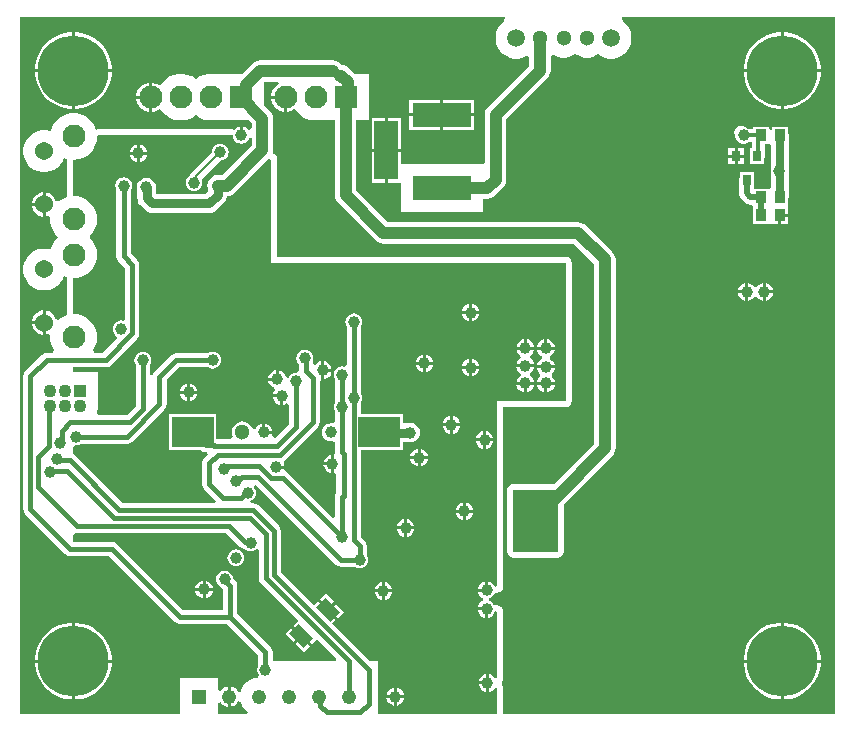
<source format=gbl>
G04*
G04 #@! TF.GenerationSoftware,Altium Limited,Altium Designer,24.5.2 (23)*
G04*
G04 Layer_Physical_Order=2*
G04 Layer_Color=16711680*
%FSLAX25Y25*%
%MOIN*%
G70*
G04*
G04 #@! TF.SameCoordinates,843F1F9D-CF68-4CC6-824C-A0058C937974*
G04*
G04*
G04 #@! TF.FilePolarity,Positive*
G04*
G01*
G75*
%ADD15C,0.00800*%
%ADD18R,0.03701X0.04016*%
%ADD87C,0.01575*%
%ADD88C,0.03150*%
%ADD89C,0.01968*%
%ADD90C,0.02756*%
%ADD91C,0.01378*%
%ADD92C,0.03937*%
%ADD94C,0.03937*%
%ADD95C,0.05118*%
%ADD96C,0.04331*%
%ADD97R,0.04331X0.04331*%
%ADD98R,0.04803X0.04803*%
%ADD99C,0.04803*%
%ADD100R,0.07677X0.07677*%
%ADD101C,0.07677*%
%ADD102C,0.06063*%
%ADD103C,0.05906*%
%ADD104R,0.07874X0.19685*%
%ADD105R,0.19685X0.07874*%
%ADD106C,0.23622*%
G04:AMPARAMS|DCode=107|XSize=66.93mil|YSize=45.28mil|CornerRadius=0mil|HoleSize=0mil|Usage=FLASHONLY|Rotation=315.000|XOffset=0mil|YOffset=0mil|HoleType=Round|Shape=Rectangle|*
%AMROTATEDRECTD107*
4,1,4,-0.03967,0.00766,-0.00766,0.03967,0.03967,-0.00766,0.00766,-0.03967,-0.03967,0.00766,0.0*
%
%ADD107ROTATEDRECTD107*%

%ADD108R,0.03150X0.03543*%
%ADD109R,0.14173X0.10236*%
G36*
X273584Y2007D02*
X163031D01*
Y10563D01*
X162960Y10920D01*
X162899Y11279D01*
X162883Y11303D01*
X162878Y11331D01*
X162676Y11634D01*
X162482Y11942D01*
X162443Y12223D01*
Y12542D01*
X162482Y12824D01*
X162676Y13133D01*
X162878Y13435D01*
X162883Y13463D01*
X162899Y13487D01*
X162960Y13846D01*
X163031Y14203D01*
Y36130D01*
X163000Y36283D01*
X163006Y36441D01*
X162924Y36664D01*
X162878Y36898D01*
X162791Y37028D01*
X162736Y37176D01*
X162575Y37351D01*
X162443Y37549D01*
X162312Y37636D01*
X162206Y37751D01*
X161990Y37852D01*
X161792Y37984D01*
X161638Y38014D01*
X161495Y38080D01*
X160746Y38261D01*
X160508Y38271D01*
X160275Y38317D01*
X160121Y38287D01*
X159964Y38293D01*
X159896Y38269D01*
X159598Y38785D01*
X159082Y39301D01*
X158451Y39665D01*
X158140Y39749D01*
X158146Y39783D01*
Y40619D01*
X158549Y40727D01*
X159180Y41092D01*
X159696Y41607D01*
X160060Y42239D01*
X160118Y42455D01*
X160224Y42434D01*
X160418Y42473D01*
X160615D01*
X161415Y42632D01*
X161598Y42707D01*
X161792Y42746D01*
X161956Y42856D01*
X162139Y42932D01*
X162278Y43071D01*
X162443Y43181D01*
X162553Y43345D01*
X162692Y43485D01*
X162768Y43668D01*
X162878Y43832D01*
X162917Y44026D01*
X162992Y44209D01*
Y44407D01*
X163031Y44600D01*
Y104292D01*
X183858D01*
X184626Y104445D01*
X185277Y104880D01*
X185713Y105531D01*
X185865Y106299D01*
Y152497D01*
X185713Y153265D01*
X185277Y153916D01*
X184626Y154351D01*
X183858Y154504D01*
X87637D01*
Y186829D01*
X87484Y187597D01*
X87049Y188249D01*
X86398Y188684D01*
X86129Y189137D01*
X86251Y190062D01*
Y200436D01*
X86129Y201361D01*
X85772Y202223D01*
X85204Y202964D01*
X83212Y204956D01*
Y212663D01*
X83303Y212754D01*
X87909D01*
X88123Y211953D01*
X87423Y211549D01*
X86522Y210648D01*
X85885Y209545D01*
X85555Y208314D01*
Y208177D01*
X90394D01*
Y207677D01*
X90894D01*
Y202839D01*
X91031D01*
X92261Y203168D01*
X93365Y203805D01*
X93648Y203777D01*
X94354Y202720D01*
X95437Y201638D01*
X96711Y200786D01*
X98126Y200200D01*
X99628Y199902D01*
X101160D01*
X102334Y200135D01*
X102618Y199902D01*
Y199902D01*
X106820D01*
Y175039D01*
X106942Y174114D01*
X107299Y173252D01*
X107867Y172512D01*
X120504Y159874D01*
X121245Y159307D01*
X122107Y158949D01*
X123031Y158828D01*
X186512D01*
X193277Y152063D01*
Y92032D01*
X180024Y78779D01*
X166339D01*
X165570Y78626D01*
X164919Y78191D01*
X164484Y77540D01*
X164331Y76772D01*
Y56102D01*
X164484Y55334D01*
X164919Y54683D01*
X165570Y54248D01*
X166339Y54095D01*
X181102D01*
X181870Y54248D01*
X182522Y54683D01*
X182957Y55334D01*
X183109Y56102D01*
Y71756D01*
X199378Y88024D01*
X199945Y88764D01*
X200303Y89626D01*
X200424Y90551D01*
X200424Y90551D01*
Y153543D01*
X200303Y154468D01*
X199945Y155330D01*
X199378Y156070D01*
X190519Y164929D01*
X189779Y165497D01*
X188917Y165854D01*
X187992Y165975D01*
X124512D01*
X113968Y176520D01*
Y199902D01*
X118169D01*
Y215453D01*
X113368D01*
X111441Y217379D01*
X110701Y217947D01*
X109839Y218304D01*
X109157Y218394D01*
X108804Y218854D01*
X108063Y219422D01*
X107202Y219779D01*
X106277Y219901D01*
X81823D01*
X81823Y219901D01*
X80898Y219779D01*
X80036Y219422D01*
X79295Y218854D01*
X75894Y215453D01*
X67661D01*
Y215453D01*
X67376Y215219D01*
X66202Y215453D01*
X64671D01*
X63168Y215154D01*
X61753Y214568D01*
X60480Y213717D01*
X60436Y213673D01*
X60393Y213717D01*
X59120Y214568D01*
X57705Y215154D01*
X56202Y215453D01*
X54671D01*
X53168Y215154D01*
X51753Y214568D01*
X50480Y213717D01*
X49397Y212634D01*
X48691Y211577D01*
X48408Y211549D01*
X47304Y212186D01*
X46073Y212516D01*
X45937D01*
Y207677D01*
Y202839D01*
X46073D01*
X47304Y203168D01*
X48408Y203805D01*
X48691Y203778D01*
X49397Y202720D01*
X50480Y201638D01*
X51753Y200786D01*
X53168Y200200D01*
X54671Y199902D01*
X56202D01*
X57705Y200200D01*
X59120Y200786D01*
X60393Y201638D01*
X60436Y201681D01*
X60480Y201638D01*
X61753Y200786D01*
X63168Y200200D01*
X64671Y199902D01*
X66202D01*
X67376Y200135D01*
X67661Y199902D01*
Y199902D01*
X78158D01*
X79103Y198956D01*
Y197235D01*
X78370Y196676D01*
X78042Y196729D01*
X77489Y197282D01*
X76812Y197673D01*
X76167Y197846D01*
Y194907D01*
X75167D01*
Y197846D01*
X74521Y197673D01*
X73844Y197282D01*
X73383Y196821D01*
X73135Y196838D01*
X72878Y196889D01*
X27860D01*
X27797Y196881D01*
X27762Y196887D01*
X27217Y196811D01*
X26631Y198226D01*
X25780Y199500D01*
X24697Y200583D01*
X23423Y201434D01*
X22008Y202020D01*
X20506Y202319D01*
X18974D01*
X17472Y202020D01*
X16057Y201434D01*
X14784Y200583D01*
X13701Y199500D01*
X12849Y198226D01*
X12263Y196811D01*
X12185Y196418D01*
X11970Y196303D01*
X10623Y196571D01*
X9251D01*
X7904Y196303D01*
X6636Y195778D01*
X5495Y195015D01*
X4524Y194044D01*
X3762Y192903D01*
X3236Y191635D01*
X2968Y190289D01*
Y188916D01*
X3236Y187570D01*
X3762Y186302D01*
X4524Y185160D01*
X5495Y184190D01*
X6636Y183427D01*
X7904Y182902D01*
X9251Y182634D01*
X10623D01*
X11970Y182902D01*
X13238Y183427D01*
X14379Y184190D01*
X15350Y185160D01*
X16112Y186302D01*
X16582Y187435D01*
X17472Y187066D01*
X17678Y186680D01*
Y174808D01*
X17472Y174422D01*
X16057Y173836D01*
X14784Y172985D01*
X14674Y172875D01*
X13782Y173114D01*
X13694Y173442D01*
X13163Y174361D01*
X12412Y175112D01*
X11493Y175643D01*
X10468Y175917D01*
X10437D01*
Y171886D01*
Y167854D01*
X10468D01*
X11217Y168055D01*
X11530Y167911D01*
X11822Y167675D01*
X11965Y167478D01*
Y166179D01*
X12263Y164677D01*
X12849Y163262D01*
X13701Y161988D01*
X14630Y161059D01*
X13701Y160130D01*
X12849Y158856D01*
X12263Y157441D01*
X12185Y157048D01*
X11970Y156933D01*
X10623Y157201D01*
X9251D01*
X7904Y156933D01*
X6636Y156408D01*
X5495Y155645D01*
X4524Y154674D01*
X3762Y153533D01*
X3236Y152265D01*
X2968Y150919D01*
Y149546D01*
X3236Y148200D01*
X3762Y146932D01*
X4524Y145790D01*
X5495Y144819D01*
X6636Y144057D01*
X7904Y143532D01*
X9251Y143264D01*
X10623D01*
X11970Y143532D01*
X13238Y144057D01*
X14379Y144819D01*
X15350Y145790D01*
X16112Y146932D01*
X16582Y148065D01*
X17472Y147696D01*
X17678Y147310D01*
Y135438D01*
X17472Y135052D01*
X16057Y134465D01*
X14784Y133615D01*
X14674Y133505D01*
X13782Y133744D01*
X13694Y134072D01*
X13163Y134991D01*
X12412Y135742D01*
X11493Y136273D01*
X10468Y136547D01*
X10437D01*
Y132516D01*
Y128484D01*
X10468D01*
X11217Y128685D01*
X11530Y128541D01*
X11822Y128305D01*
X11965Y128107D01*
Y126809D01*
X12263Y125307D01*
X12849Y123892D01*
X13253Y123287D01*
X12826Y122487D01*
X10827D01*
X9905Y122304D01*
X9124Y121782D01*
X3596Y116254D01*
X3074Y115473D01*
X2891Y114551D01*
Y70488D01*
X3074Y69567D01*
X3596Y68785D01*
X16998Y55384D01*
X17779Y54861D01*
X18701Y54678D01*
X31483D01*
X53415Y32746D01*
X54196Y32224D01*
X55118Y32040D01*
X70853D01*
X81301Y21592D01*
Y18076D01*
X81130Y17779D01*
X80941Y17075D01*
Y16346D01*
X81130Y15642D01*
X81495Y15010D01*
X81525Y14980D01*
X81194Y14180D01*
X81014D01*
X79790Y13936D01*
X78636Y13458D01*
X77598Y12765D01*
X76715Y11882D01*
X76022Y10844D01*
X75544Y9690D01*
X75507Y9508D01*
X74669Y9395D01*
X74361Y9930D01*
X73727Y10563D01*
X72952Y11011D01*
X72139Y11229D01*
Y7841D01*
Y4454D01*
X72952Y4671D01*
X73727Y5119D01*
X74361Y5753D01*
X74669Y6287D01*
X75507Y6175D01*
X75544Y5992D01*
X76022Y4839D01*
X76715Y3801D01*
X77598Y2918D01*
X77764Y2807D01*
X77521Y2007D01*
X67977D01*
Y5780D01*
X68777Y5994D01*
X68917Y5753D01*
X69550Y5119D01*
X70326Y4671D01*
X71139Y4454D01*
Y7841D01*
Y11229D01*
X70326Y11011D01*
X69550Y10563D01*
X68917Y9930D01*
X68777Y9688D01*
X67977Y9903D01*
Y14180D01*
X55300D01*
Y2007D01*
X2007D01*
Y47244D01*
Y100394D01*
Y234213D01*
X163441D01*
X163542Y234080D01*
X163367Y233005D01*
X162931Y232714D01*
X161971Y231754D01*
X161217Y230626D01*
X160698Y229372D01*
X160433Y228041D01*
Y226684D01*
X160698Y225353D01*
X161217Y224099D01*
X161971Y222970D01*
X162931Y222011D01*
X164059Y221257D01*
X165313Y220737D01*
X166644Y220472D01*
X168001D01*
X169333Y220737D01*
X170586Y221257D01*
X170823Y221415D01*
X171623Y220987D01*
Y218016D01*
X157906Y204299D01*
X157338Y203559D01*
X156981Y202697D01*
X156859Y201772D01*
Y185804D01*
X156299Y185236D01*
X128953D01*
Y189461D01*
X124516D01*
Y179118D01*
X128740D01*
Y169488D01*
X156299D01*
Y173788D01*
X157677D01*
X158602Y173910D01*
X159464Y174267D01*
X160204Y174835D01*
X162960Y177591D01*
X162960Y177591D01*
X163528Y178331D01*
X163885Y179193D01*
X164007Y180118D01*
X164007Y180118D01*
Y200291D01*
X177724Y214008D01*
X178292Y214749D01*
X178649Y215610D01*
X178771Y216535D01*
Y221461D01*
X179571Y221888D01*
X179994Y221605D01*
X181176Y221116D01*
X182431Y220866D01*
X183711D01*
X184966Y221116D01*
X186148Y221605D01*
X187008Y222180D01*
X187868Y221605D01*
X189050Y221116D01*
X190305Y220866D01*
X191585D01*
X192840Y221116D01*
X194022Y221605D01*
X194528Y221943D01*
X195555Y221257D01*
X196809Y220737D01*
X198140Y220472D01*
X199497D01*
X200829Y220737D01*
X202082Y221257D01*
X203211Y222011D01*
X204170Y222970D01*
X204925Y224099D01*
X205444Y225353D01*
X205709Y226684D01*
Y228041D01*
X205444Y229372D01*
X204925Y230626D01*
X204170Y231754D01*
X203211Y232714D01*
X202775Y233005D01*
X202599Y234080D01*
X202700Y234213D01*
X273584D01*
X273584Y2007D01*
D02*
G37*
G36*
X181102Y56102D02*
X166339D01*
Y76772D01*
X181102D01*
Y56102D01*
D02*
G37*
G36*
X72969Y194184D02*
X73248Y193510D01*
X73692Y192932D01*
X74270Y192488D01*
X74944Y192209D01*
X75667Y192114D01*
X76389Y192209D01*
X77063Y192488D01*
X77641Y192932D01*
X78085Y193510D01*
X78364Y194184D01*
X79103Y193986D01*
Y191542D01*
X69284Y181723D01*
X67913D01*
X66988Y181602D01*
X66127Y181245D01*
X65386Y180677D01*
X64818Y179937D01*
X64461Y179075D01*
X64340Y178150D01*
X64461Y177225D01*
X64586Y176924D01*
Y176362D01*
X63645Y175421D01*
X47304D01*
Y177471D01*
X47196Y178293D01*
X46878Y179059D01*
X46373Y179717D01*
X46223Y179868D01*
X45565Y180373D01*
X44799Y180690D01*
X43976Y180798D01*
X43154Y180690D01*
X42388Y180373D01*
X41730Y179868D01*
X41225Y179210D01*
X40908Y178444D01*
X40800Y177622D01*
X40908Y176799D01*
X40950Y176697D01*
Y174089D01*
X41058Y173267D01*
X41376Y172501D01*
X41881Y171843D01*
X43726Y169998D01*
X44384Y169493D01*
X45150Y169176D01*
X45972Y169067D01*
X64961D01*
X65783Y169176D01*
X66549Y169493D01*
X67207Y169998D01*
X70009Y172800D01*
X70514Y173458D01*
X70831Y174224D01*
X70880Y174591D01*
X71690Y174697D01*
X72552Y175055D01*
X73292Y175622D01*
X84830Y187161D01*
X85630Y186829D01*
Y152497D01*
X183858D01*
Y106299D01*
X161024D01*
Y44600D01*
X160224Y44441D01*
X160073Y44804D01*
X159598Y45424D01*
X158977Y45900D01*
X158255Y46199D01*
X157980Y46235D01*
Y43307D01*
X157480D01*
Y42807D01*
X154552D01*
X154588Y42532D01*
X154887Y41810D01*
X155363Y41190D01*
X155983Y40714D01*
X156139Y40649D01*
Y39783D01*
X155886Y39678D01*
X155265Y39203D01*
X154790Y38583D01*
X154490Y37860D01*
X154454Y37585D01*
X157383D01*
Y37085D01*
X157883D01*
Y34157D01*
X158158Y34193D01*
X158880Y34492D01*
X159500Y34968D01*
X159976Y35588D01*
X160275Y36310D01*
X161024Y36130D01*
Y14203D01*
X160588Y14008D01*
X160224Y13982D01*
X159826Y14500D01*
X159205Y14976D01*
X158483Y15275D01*
X158209Y15311D01*
Y12383D01*
Y9455D01*
X158483Y9491D01*
X159205Y9790D01*
X159826Y10266D01*
X160224Y10785D01*
X160588Y10758D01*
X161024Y10563D01*
Y2007D01*
X121063D01*
Y19685D01*
X118564D01*
X106007Y32242D01*
X107203Y33438D01*
X104130Y36511D01*
X101056Y39585D01*
X99860Y38389D01*
X88838Y49411D01*
Y63177D01*
X88655Y64098D01*
X88133Y64880D01*
X81333Y71680D01*
X80552Y72202D01*
X79630Y72385D01*
X78866D01*
X78707Y73185D01*
X79152Y73369D01*
X79730Y73813D01*
X80174Y74391D01*
X80453Y75065D01*
X80548Y75787D01*
X80453Y76510D01*
X80174Y77184D01*
X79955Y77469D01*
X80213Y78291D01*
X80253Y78334D01*
X80600Y78396D01*
X107267Y51728D01*
X108049Y51206D01*
X108970Y51023D01*
X113671D01*
X113683Y51013D01*
X114357Y50734D01*
X115080Y50639D01*
X115802Y50734D01*
X116476Y51013D01*
X117054Y51457D01*
X117498Y52035D01*
X117777Y52708D01*
X117872Y53431D01*
X117777Y54154D01*
X117498Y54827D01*
X117488Y54840D01*
Y58149D01*
X117305Y59070D01*
X116783Y59852D01*
X115597Y61037D01*
Y90050D01*
X129521D01*
Y92656D01*
X132038D01*
X132861Y92764D01*
X133627Y93081D01*
X134285Y93586D01*
X134790Y94244D01*
X135107Y95011D01*
X135215Y95833D01*
X135107Y96655D01*
X134790Y97421D01*
X134285Y98079D01*
X133627Y98584D01*
X132861Y98901D01*
X132038Y99010D01*
X129521D01*
Y101886D01*
X115597D01*
Y105875D01*
X115607Y105887D01*
X115886Y106561D01*
X115981Y107283D01*
X115886Y108006D01*
X115607Y108680D01*
X115597Y108692D01*
Y131502D01*
X115820Y132038D01*
X115915Y132761D01*
X115820Y133484D01*
X115541Y134157D01*
X115097Y134735D01*
X114519Y135179D01*
X113845Y135458D01*
X113122Y135553D01*
X112400Y135458D01*
X111726Y135179D01*
X111148Y134735D01*
X110704Y134157D01*
X110425Y133484D01*
X110330Y132761D01*
X110425Y132038D01*
X110704Y131365D01*
X110781Y131265D01*
Y118387D01*
X109980Y117852D01*
X109975Y117855D01*
X109252Y117950D01*
X108529Y117855D01*
X107856Y117576D01*
X107277Y117132D01*
X106834Y116554D01*
X106555Y115880D01*
X106460Y115157D01*
X106555Y114435D01*
X106834Y113761D01*
X106843Y113749D01*
Y105740D01*
X106834Y105727D01*
X106555Y105053D01*
X106460Y104331D01*
X106555Y103608D01*
X106834Y102935D01*
X106843Y102922D01*
Y99381D01*
X106044Y98889D01*
X105493Y98962D01*
X104718Y98860D01*
X103996Y98561D01*
X103376Y98085D01*
X102900Y97465D01*
X102601Y96743D01*
X102499Y95968D01*
X102601Y95193D01*
X102900Y94471D01*
X103376Y93851D01*
X103996Y93375D01*
X104718Y93076D01*
X105493Y92974D01*
X106044Y93046D01*
X106843Y92555D01*
Y89241D01*
X106876Y89076D01*
X106476Y88655D01*
Y85402D01*
Y82474D01*
X106524Y82480D01*
X107324Y81987D01*
Y75648D01*
X107027Y75204D01*
X106843Y74282D01*
Y67829D01*
X106104Y67523D01*
X91364Y82264D01*
X90582Y82786D01*
X90573Y82788D01*
X90104Y83361D01*
X90014Y83530D01*
X90019Y83542D01*
X90055Y83817D01*
X87127D01*
Y84817D01*
X90055D01*
X90019Y85092D01*
X89720Y85814D01*
X89836Y86515D01*
X90094Y86688D01*
X101112Y97706D01*
X101635Y98488D01*
X101818Y99410D01*
Y113029D01*
X102310Y113429D01*
Y116649D01*
Y119577D01*
X102035Y119541D01*
X101313Y119242D01*
X100693Y118766D01*
X100414Y118403D01*
X99614Y118675D01*
Y120115D01*
X99538Y120501D01*
X99546Y120567D01*
X99451Y121290D01*
X99172Y121964D01*
X98728Y122542D01*
X98150Y122986D01*
X97477Y123265D01*
X96754Y123360D01*
X96031Y123265D01*
X95358Y122986D01*
X94779Y122542D01*
X94336Y121964D01*
X94057Y121290D01*
X93962Y120567D01*
X94057Y119845D01*
X94336Y119171D01*
X94779Y118593D01*
X94797Y118579D01*
Y116554D01*
X94371Y116055D01*
X94073Y115865D01*
X93919Y115885D01*
X93196Y115790D01*
X92523Y115511D01*
X91945Y115067D01*
X91501Y114489D01*
X91341Y114102D01*
X90519Y114210D01*
X90491Y114429D01*
X90191Y115151D01*
X89716Y115771D01*
X89095Y116247D01*
X88373Y116546D01*
X88098Y116582D01*
Y113654D01*
X87598D01*
Y113154D01*
X84670D01*
X84706Y112879D01*
X85005Y112157D01*
X85481Y111537D01*
X86101Y111061D01*
X86547Y110876D01*
X86672Y110662D01*
X86795Y110173D01*
X86785Y109960D01*
X86477Y109558D01*
X86177Y108836D01*
X86141Y108561D01*
X89070D01*
Y108061D01*
X89570D01*
Y105133D01*
X89845Y105169D01*
X90567Y105468D01*
X90711Y105579D01*
X91511Y105184D01*
Y98854D01*
X86834Y94177D01*
X86452Y94243D01*
X85980Y95121D01*
X85980Y95123D01*
X86016Y95398D01*
X83088D01*
Y95898D01*
X82588D01*
Y98826D01*
X82313Y98790D01*
X81591Y98491D01*
X80971Y98015D01*
X80495Y97395D01*
X80281Y96879D01*
X79588Y96894D01*
X79457Y96933D01*
X79113Y97763D01*
X78543Y98506D01*
X77799Y99077D01*
X76934Y99435D01*
X76005Y99558D01*
X75076Y99435D01*
X74210Y99077D01*
X73466Y98506D01*
X72896Y97763D01*
X72537Y96897D01*
X72415Y95968D01*
X72537Y95039D01*
X72719Y94601D01*
X72223Y93801D01*
X67460D01*
X67368Y93862D01*
X67356Y93865D01*
Y101886D01*
X51583D01*
Y90050D01*
X61981D01*
X62097Y89934D01*
X62878Y89412D01*
X63800Y89229D01*
X64108D01*
X64414Y88490D01*
X63258Y87333D01*
X62735Y86552D01*
X62552Y85630D01*
Y78740D01*
X62735Y77819D01*
X63258Y77037D01*
X67110Y73185D01*
X66778Y72385D01*
X36032D01*
X20155Y88262D01*
X19685Y88576D01*
Y91088D01*
X20485Y91720D01*
X20669Y91696D01*
X21392Y91791D01*
X22065Y92070D01*
X22078Y92080D01*
X37590D01*
X38512Y92263D01*
X39293Y92785D01*
X50026Y103518D01*
X50548Y104299D01*
X50731Y105221D01*
Y113270D01*
X55012Y117551D01*
X64669D01*
X64682Y117541D01*
X65355Y117262D01*
X66078Y117167D01*
X66801Y117262D01*
X67474Y117541D01*
X68053Y117984D01*
X68497Y118563D01*
X68775Y119236D01*
X68871Y119959D01*
X68775Y120682D01*
X68497Y121355D01*
X68053Y121933D01*
X67474Y122377D01*
X66801Y122656D01*
X66078Y122751D01*
X65355Y122656D01*
X64682Y122377D01*
X64669Y122368D01*
X54014D01*
X53092Y122184D01*
X52311Y121662D01*
X46619Y115971D01*
X46097Y115189D01*
X46043Y114917D01*
X45243Y114996D01*
Y118495D01*
X45253Y118508D01*
X45532Y119181D01*
X45627Y119904D01*
X45532Y120626D01*
X45253Y121300D01*
X44809Y121878D01*
X44231Y122322D01*
X43558Y122601D01*
X42835Y122696D01*
X42112Y122601D01*
X41439Y122322D01*
X40860Y121878D01*
X40417Y121300D01*
X40138Y120626D01*
X40042Y119904D01*
X40138Y119181D01*
X40417Y118508D01*
X40426Y118495D01*
Y104856D01*
X37388Y101818D01*
X27846D01*
X27452Y102618D01*
X27746Y103587D01*
X27756Y103681D01*
X27835D01*
Y104484D01*
X27864Y104783D01*
X27835Y105083D01*
Y115886D01*
X19685D01*
Y117670D01*
X30476D01*
X31398Y117854D01*
X32179Y118376D01*
X40994Y127190D01*
X41516Y127972D01*
X41699Y128893D01*
Y151765D01*
X41516Y152687D01*
X40994Y153468D01*
X38826Y155636D01*
Y176741D01*
X38836Y176753D01*
X39115Y177427D01*
X39210Y178150D01*
X39115Y178872D01*
X38836Y179546D01*
X38392Y180124D01*
X37813Y180568D01*
X37140Y180847D01*
X36417Y180942D01*
X35695Y180847D01*
X35021Y180568D01*
X34443Y180124D01*
X33999Y179546D01*
X33720Y178872D01*
X33625Y178150D01*
X33720Y177427D01*
X33999Y176753D01*
X34009Y176741D01*
Y154639D01*
X34192Y153717D01*
X34714Y152935D01*
X36882Y150768D01*
Y133639D01*
X36082Y133169D01*
X35535Y133241D01*
X34812Y133146D01*
X34138Y132867D01*
X33560Y132424D01*
X33116Y131845D01*
X32837Y131172D01*
X32742Y130449D01*
X32837Y129726D01*
X33116Y129053D01*
X33560Y128475D01*
X33998Y128138D01*
X34232Y127241D01*
X29478Y122487D01*
X26559D01*
X26391Y122844D01*
X26265Y123287D01*
X26959Y124585D01*
X27403Y126050D01*
X27553Y127575D01*
X27403Y129099D01*
X26959Y130565D01*
X26237Y131916D01*
X25265Y133100D01*
X24081Y134071D01*
X22730Y134793D01*
X21264Y135238D01*
X19740Y135388D01*
X19685Y135438D01*
Y147310D01*
X19740Y147360D01*
X21264Y147510D01*
X22730Y147955D01*
X24081Y148677D01*
X25265Y149648D01*
X26237Y150832D01*
X26959Y152183D01*
X27403Y153649D01*
X27553Y155173D01*
X27403Y156697D01*
X26959Y158163D01*
X26237Y159514D01*
X25265Y160698D01*
Y161420D01*
X26237Y162604D01*
X26959Y163955D01*
X27403Y165421D01*
X27553Y166945D01*
X27403Y168469D01*
X26959Y169935D01*
X26237Y171286D01*
X25265Y172470D01*
X24081Y173441D01*
X22730Y174163D01*
X21264Y174608D01*
X19740Y174758D01*
X19685Y174808D01*
Y186680D01*
X19740Y186730D01*
X21264Y186880D01*
X22730Y187325D01*
X24081Y188047D01*
X25265Y189018D01*
X26237Y190202D01*
X26959Y191553D01*
X27403Y193019D01*
X27553Y194543D01*
X27860Y194882D01*
X72878D01*
X72969Y194184D01*
D02*
G37*
G36*
X20803Y62418D02*
X70496D01*
X75111Y57804D01*
X75892Y57282D01*
X76741Y57113D01*
X76766Y57081D01*
X77344Y56637D01*
X78017Y56358D01*
X78740Y56263D01*
X79463Y56358D01*
X80136Y56637D01*
X80646Y57028D01*
X80939Y56970D01*
X81446Y56720D01*
Y47346D01*
X81630Y46425D01*
X82152Y45643D01*
X94633Y33162D01*
X92994Y31523D01*
X96067Y28449D01*
X99141Y25376D01*
X100780Y27015D01*
X107371Y20424D01*
X107065Y19685D01*
X86119D01*
Y22589D01*
X85935Y23511D01*
X85413Y24292D01*
X74259Y35446D01*
Y44844D01*
X74076Y45766D01*
X73553Y46547D01*
X72819Y47281D01*
X72768Y47670D01*
X72489Y48344D01*
X72045Y48922D01*
X71467Y49366D01*
X70793Y49645D01*
X70071Y49740D01*
X69348Y49645D01*
X68674Y49366D01*
X68096Y48922D01*
X67652Y48344D01*
X67373Y47670D01*
X67278Y46947D01*
X67373Y46225D01*
X67652Y45551D01*
X68096Y44973D01*
X68674Y44529D01*
X68819Y44469D01*
X69442Y43846D01*
Y36857D01*
X56116D01*
X34183Y58790D01*
X33402Y59312D01*
X32480Y59495D01*
X19698D01*
X19685Y59509D01*
Y61844D01*
X20485Y62482D01*
X20803Y62418D01*
D02*
G37*
%LPC*%
G36*
X256914Y229346D02*
X256405D01*
Y217035D01*
X268717D01*
Y217544D01*
X268401Y219535D01*
X267778Y221453D01*
X266863Y223250D01*
X265677Y224881D01*
X264251Y226307D01*
X262620Y227492D01*
X260823Y228408D01*
X258905Y229031D01*
X256914Y229346D01*
D02*
G37*
G36*
X255405D02*
X254897D01*
X252906Y229031D01*
X250988Y228408D01*
X249191Y227492D01*
X247560Y226307D01*
X246134Y224881D01*
X244949Y223250D01*
X244033Y221453D01*
X243410Y219535D01*
X243094Y217544D01*
Y217035D01*
X255405D01*
Y229346D01*
D02*
G37*
G36*
X20693D02*
X20185D01*
Y217035D01*
X32496D01*
Y217544D01*
X32181Y219535D01*
X31558Y221453D01*
X30642Y223250D01*
X29457Y224881D01*
X28031Y226307D01*
X26399Y227492D01*
X24603Y228408D01*
X22685Y229031D01*
X20693Y229346D01*
D02*
G37*
G36*
X19185D02*
X18677D01*
X16685Y229031D01*
X14767Y228408D01*
X12971Y227492D01*
X11339Y226307D01*
X9913Y224881D01*
X8728Y223250D01*
X7813Y221453D01*
X7190Y219535D01*
X6874Y217544D01*
Y217035D01*
X19185D01*
Y229346D01*
D02*
G37*
G36*
X44936Y212516D02*
X44800D01*
X43569Y212186D01*
X42465Y211549D01*
X41565Y210648D01*
X40928Y209545D01*
X40598Y208314D01*
Y208177D01*
X44936D01*
Y212516D01*
D02*
G37*
G36*
X268717Y216035D02*
X256405D01*
Y203724D01*
X256914D01*
X258905Y204040D01*
X260823Y204663D01*
X262620Y205578D01*
X264251Y206764D01*
X265677Y208190D01*
X266863Y209821D01*
X267778Y211618D01*
X268401Y213535D01*
X268717Y215527D01*
Y216035D01*
D02*
G37*
G36*
X255405D02*
X243094D01*
Y215527D01*
X243410Y213535D01*
X244033Y211618D01*
X244949Y209821D01*
X246134Y208190D01*
X247560Y206764D01*
X249191Y205578D01*
X250988Y204663D01*
X252906Y204040D01*
X254897Y203724D01*
X255405D01*
Y216035D01*
D02*
G37*
G36*
X32496D02*
X20185D01*
Y203724D01*
X20693D01*
X22685Y204040D01*
X24603Y204663D01*
X26399Y205578D01*
X28031Y206764D01*
X29457Y208190D01*
X30642Y209821D01*
X31558Y211618D01*
X32181Y213535D01*
X32496Y215527D01*
Y216035D01*
D02*
G37*
G36*
X19185D02*
X6874D01*
Y215527D01*
X7190Y213535D01*
X7813Y211618D01*
X8728Y209821D01*
X9913Y208190D01*
X11339Y206764D01*
X12971Y205578D01*
X14767Y204663D01*
X16685Y204040D01*
X18677Y203724D01*
X19185D01*
Y216035D01*
D02*
G37*
G36*
X44936Y207177D02*
X40598D01*
Y207040D01*
X40928Y205810D01*
X41565Y204706D01*
X42465Y203805D01*
X43569Y203168D01*
X44800Y202839D01*
X44936D01*
Y207177D01*
D02*
G37*
G36*
X89894Y207177D02*
X85555D01*
Y207040D01*
X85885Y205809D01*
X86522Y204706D01*
X87423Y203805D01*
X88526Y203168D01*
X89757Y202839D01*
X89894D01*
Y207177D01*
D02*
G37*
G36*
X153362Y206709D02*
X143020D01*
Y202272D01*
X153362D01*
Y206709D01*
D02*
G37*
G36*
X142020D02*
X131677D01*
Y202272D01*
X142020D01*
Y206709D01*
D02*
G37*
G36*
X153362Y201272D02*
X143020D01*
Y196835D01*
X153362D01*
Y201272D01*
D02*
G37*
G36*
X142020D02*
X131677D01*
Y196835D01*
X142020D01*
Y201272D01*
D02*
G37*
G36*
X128953Y200803D02*
X124516D01*
Y190461D01*
X128953D01*
Y200803D01*
D02*
G37*
G36*
X123516D02*
X119079D01*
Y190461D01*
X123516D01*
Y200803D01*
D02*
G37*
G36*
X243126Y190764D02*
X241051D01*
Y188492D01*
X243126D01*
Y190764D01*
D02*
G37*
G36*
X240051D02*
X237976D01*
Y188492D01*
X240051D01*
Y190764D01*
D02*
G37*
G36*
X243126Y187492D02*
X241051D01*
Y185221D01*
X243126D01*
Y187492D01*
D02*
G37*
G36*
X240051D02*
X237976D01*
Y185221D01*
X240051D01*
Y187492D01*
D02*
G37*
G36*
X123516Y189461D02*
X119079D01*
Y179118D01*
X123516D01*
Y189461D01*
D02*
G37*
G36*
X242193Y198108D02*
X241309Y197932D01*
X240561Y197432D01*
X240060Y196683D01*
X239884Y195800D01*
X240060Y194916D01*
X240352Y194480D01*
X240530Y193813D01*
X240895Y193182D01*
X241410Y192666D01*
X242042Y192302D01*
X242746Y192113D01*
X243475D01*
X244179Y192302D01*
X244650Y192574D01*
X245723D01*
Y190564D01*
X245263D01*
Y185421D01*
X250013D01*
Y187276D01*
X250164Y187503D01*
X250340Y188386D01*
Y192074D01*
X251301D01*
X251509Y192074D01*
X252100Y191571D01*
Y177523D01*
X251509Y177021D01*
X251301Y177021D01*
X246676D01*
Y180118D01*
X246588Y180786D01*
X246469Y181072D01*
Y182690D01*
X244166D01*
X244094Y182699D01*
X244022Y182690D01*
X241720D01*
Y181072D01*
X241601Y180786D01*
X241513Y180118D01*
Y175541D01*
X241601Y174873D01*
X241859Y174250D01*
X242269Y173716D01*
X243423Y172563D01*
X243957Y172153D01*
X244580Y171895D01*
X245248Y171807D01*
X245947D01*
X246208Y171115D01*
X246208Y171115D01*
X246208D01*
X246208Y171115D01*
Y165499D01*
X251428D01*
X251509Y165499D01*
X252228Y165305D01*
Y165299D01*
X254579D01*
Y168307D01*
X255079D01*
Y168807D01*
X257929D01*
Y171315D01*
X257729Y171405D01*
Y172895D01*
X257956Y173442D01*
X258057Y174213D01*
Y194882D01*
X257956Y195653D01*
X257729Y196199D01*
Y197690D01*
X256016D01*
X255850Y197759D01*
X255079Y197860D01*
X254308Y197759D01*
X254142Y197690D01*
X252428D01*
Y196702D01*
X252309Y196592D01*
X251509Y196944D01*
Y197690D01*
X246208D01*
Y197190D01*
X244650D01*
X244179Y197462D01*
X243512Y197640D01*
X243076Y197932D01*
X242193Y198108D01*
D02*
G37*
G36*
X9437Y175917D02*
X9406D01*
X8381Y175643D01*
X7462Y175112D01*
X6711Y174361D01*
X6180Y173442D01*
X5906Y172417D01*
Y172386D01*
X9437D01*
Y175917D01*
D02*
G37*
G36*
Y171386D02*
X5906D01*
Y171355D01*
X6180Y170330D01*
X6711Y169410D01*
X7462Y168660D01*
X8381Y168129D01*
X9406Y167854D01*
X9437D01*
Y171386D01*
D02*
G37*
G36*
X257929Y167807D02*
X255579D01*
Y165299D01*
X257929D01*
Y167807D01*
D02*
G37*
G36*
X249500Y145656D02*
X248854Y145483D01*
X248177Y145092D01*
X247625Y144539D01*
X247509Y144339D01*
X246585D01*
X246470Y144539D01*
X245917Y145092D01*
X245240Y145483D01*
X244595Y145656D01*
Y142717D01*
Y139777D01*
X245240Y139950D01*
X245917Y140341D01*
X246470Y140894D01*
X246585Y141094D01*
X247509D01*
X247625Y140894D01*
X248177Y140341D01*
X248854Y139950D01*
X249500Y139777D01*
Y142717D01*
Y145656D01*
D02*
G37*
G36*
X250500D02*
Y143217D01*
X252939D01*
X252766Y143862D01*
X252375Y144539D01*
X251823Y145092D01*
X251146Y145483D01*
X250500Y145656D01*
D02*
G37*
G36*
X243595D02*
X242949Y145483D01*
X242272Y145092D01*
X241719Y144539D01*
X241328Y143862D01*
X241155Y143217D01*
X243595D01*
Y145656D01*
D02*
G37*
G36*
X252939Y142217D02*
X250500D01*
Y139777D01*
X251146Y139950D01*
X251823Y140341D01*
X252375Y140894D01*
X252766Y141571D01*
X252939Y142217D01*
D02*
G37*
G36*
X243595D02*
X241155D01*
X241328Y141571D01*
X241719Y140894D01*
X242272Y140341D01*
X242949Y139950D01*
X243595Y139777D01*
Y142217D01*
D02*
G37*
G36*
X9437Y136547D02*
X9406D01*
X8381Y136273D01*
X7462Y135742D01*
X6711Y134991D01*
X6180Y134072D01*
X5906Y133046D01*
Y133016D01*
X9437D01*
Y136547D01*
D02*
G37*
G36*
Y132016D02*
X5906D01*
Y131985D01*
X6180Y130960D01*
X6711Y130040D01*
X7462Y129290D01*
X8381Y128759D01*
X9406Y128484D01*
X9437D01*
Y132016D01*
D02*
G37*
G36*
X256914Y32496D02*
X256405D01*
Y20185D01*
X268717D01*
Y20693D01*
X268401Y22685D01*
X267778Y24603D01*
X266863Y26399D01*
X265677Y28031D01*
X264251Y29457D01*
X262620Y30642D01*
X260823Y31558D01*
X258905Y32181D01*
X256914Y32496D01*
D02*
G37*
G36*
X255405D02*
X254897D01*
X252906Y32181D01*
X250988Y31558D01*
X249191Y30642D01*
X247560Y29457D01*
X246134Y28031D01*
X244949Y26399D01*
X244033Y24603D01*
X243410Y22685D01*
X243094Y20693D01*
Y20185D01*
X255405D01*
Y32496D01*
D02*
G37*
G36*
X20693D02*
X20185D01*
Y20185D01*
X32496D01*
Y20693D01*
X32181Y22685D01*
X31558Y24603D01*
X30642Y26399D01*
X29457Y28031D01*
X28031Y29457D01*
X26399Y30642D01*
X24603Y31558D01*
X22685Y32181D01*
X20693Y32496D01*
D02*
G37*
G36*
X19185D02*
X18677D01*
X16685Y32181D01*
X14767Y31558D01*
X12971Y30642D01*
X11339Y29457D01*
X9913Y28031D01*
X8728Y26399D01*
X7813Y24603D01*
X7190Y22685D01*
X6874Y20693D01*
Y20185D01*
X19185D01*
Y32496D01*
D02*
G37*
G36*
X268717Y19185D02*
X256405D01*
Y6874D01*
X256914D01*
X258905Y7190D01*
X260823Y7813D01*
X262620Y8728D01*
X264251Y9913D01*
X265677Y11339D01*
X266863Y12971D01*
X267778Y14767D01*
X268401Y16685D01*
X268717Y18677D01*
Y19185D01*
D02*
G37*
G36*
X255405D02*
X243094D01*
Y18677D01*
X243410Y16685D01*
X244033Y14767D01*
X244949Y12971D01*
X246134Y11339D01*
X247560Y9913D01*
X249191Y8728D01*
X250988Y7813D01*
X252906Y7190D01*
X254897Y6874D01*
X255405D01*
Y19185D01*
D02*
G37*
G36*
X32496D02*
X20185D01*
Y6874D01*
X20693D01*
X22685Y7190D01*
X24603Y7813D01*
X26399Y8728D01*
X28031Y9913D01*
X29457Y11339D01*
X30642Y12971D01*
X31558Y14767D01*
X32181Y16685D01*
X32496Y18677D01*
Y19185D01*
D02*
G37*
G36*
X19185D02*
X6874D01*
Y18677D01*
X7190Y16685D01*
X7813Y14767D01*
X8728Y12971D01*
X9913Y11339D01*
X11339Y9913D01*
X12971Y8728D01*
X14767Y7813D01*
X16685Y7190D01*
X18677Y6874D01*
X19185D01*
Y19185D01*
D02*
G37*
G36*
X41839Y191905D02*
Y189476D01*
X44267D01*
X44231Y189751D01*
X43932Y190473D01*
X43456Y191094D01*
X42836Y191569D01*
X42114Y191868D01*
X41839Y191905D01*
D02*
G37*
G36*
X40839D02*
X40564Y191868D01*
X39841Y191569D01*
X39221Y191094D01*
X38746Y190473D01*
X38447Y189751D01*
X38410Y189476D01*
X40839D01*
Y191905D01*
D02*
G37*
G36*
X44267Y188476D02*
X41839D01*
Y186048D01*
X42114Y186084D01*
X42836Y186383D01*
X43456Y186859D01*
X43932Y187479D01*
X44231Y188201D01*
X44267Y188476D01*
D02*
G37*
G36*
X40839D02*
X38410D01*
X38447Y188201D01*
X38746Y187479D01*
X39221Y186859D01*
X39841Y186383D01*
X40564Y186084D01*
X40839Y186048D01*
Y188476D01*
D02*
G37*
G36*
X68654Y192168D02*
X67932Y192073D01*
X67258Y191794D01*
X66680Y191350D01*
X66236Y190772D01*
X65957Y190099D01*
X65870Y189439D01*
X59095Y182664D01*
X58659Y182011D01*
X58577Y181599D01*
X58522Y181577D01*
X57944Y181133D01*
X57500Y180555D01*
X57221Y179881D01*
X57126Y179159D01*
X57221Y178436D01*
X57500Y177762D01*
X57944Y177184D01*
X58522Y176740D01*
X59196Y176461D01*
X59919Y176366D01*
X60641Y176461D01*
X61315Y176740D01*
X61893Y177184D01*
X62337Y177762D01*
X62616Y178436D01*
X62711Y179159D01*
X62616Y179881D01*
X62532Y180083D01*
Y180406D01*
X68718Y186592D01*
X69377Y186679D01*
X70051Y186958D01*
X70629Y187401D01*
X71073Y187980D01*
X71352Y188653D01*
X71447Y189376D01*
X71352Y190099D01*
X71073Y190772D01*
X70629Y191350D01*
X70051Y191794D01*
X69377Y192073D01*
X68654Y192168D01*
D02*
G37*
G36*
X152567Y138755D02*
Y136327D01*
X154995D01*
X154959Y136602D01*
X154660Y137324D01*
X154184Y137944D01*
X153564Y138420D01*
X152842Y138719D01*
X152567Y138755D01*
D02*
G37*
G36*
X151567D02*
X151292Y138719D01*
X150570Y138420D01*
X149950Y137944D01*
X149474Y137324D01*
X149175Y136602D01*
X149139Y136327D01*
X151567D01*
Y138755D01*
D02*
G37*
G36*
X154995Y135327D02*
X152567D01*
Y132898D01*
X152842Y132935D01*
X153564Y133234D01*
X154184Y133710D01*
X154660Y134330D01*
X154959Y135052D01*
X154995Y135327D01*
D02*
G37*
G36*
X151567D02*
X149139D01*
X149175Y135052D01*
X149474Y134330D01*
X149950Y133710D01*
X150570Y133234D01*
X151292Y132935D01*
X151567Y132898D01*
Y135327D01*
D02*
G37*
G36*
X177665Y126944D02*
Y124516D01*
X180094D01*
X180057Y124791D01*
X179758Y125513D01*
X179282Y126133D01*
X178662Y126609D01*
X177940Y126908D01*
X177665Y126944D01*
D02*
G37*
G36*
X176665D02*
X176390Y126908D01*
X175668Y126609D01*
X175048Y126133D01*
X174572Y125513D01*
X174273Y124791D01*
X174237Y124516D01*
X176665D01*
Y126944D01*
D02*
G37*
G36*
X170776D02*
Y124516D01*
X173204D01*
X173168Y124791D01*
X172869Y125513D01*
X172393Y126133D01*
X171773Y126609D01*
X171051Y126908D01*
X170776Y126944D01*
D02*
G37*
G36*
X169776D02*
X169501Y126908D01*
X168779Y126609D01*
X168158Y126133D01*
X167683Y125513D01*
X167384Y124791D01*
X167347Y124516D01*
X169776D01*
Y126944D01*
D02*
G37*
G36*
X137171Y121808D02*
Y119380D01*
X139599D01*
X139563Y119655D01*
X139263Y120377D01*
X138788Y120997D01*
X138168Y121473D01*
X137445Y121772D01*
X137171Y121808D01*
D02*
G37*
G36*
X136170D02*
X135896Y121772D01*
X135173Y121473D01*
X134553Y120997D01*
X134078Y120377D01*
X133778Y119655D01*
X133742Y119380D01*
X136170D01*
Y121808D01*
D02*
G37*
G36*
X173204Y123516D02*
X167347D01*
X167384Y123241D01*
X167683Y122519D01*
X168158Y121899D01*
X168655Y121518D01*
X168724Y121063D01*
X168655Y120608D01*
X168158Y120227D01*
X167683Y119607D01*
X167384Y118885D01*
X167347Y118610D01*
X173204D01*
X173168Y118885D01*
X172869Y119607D01*
X172393Y120227D01*
X171897Y120608D01*
X171827Y121063D01*
X171897Y121518D01*
X172393Y121899D01*
X172869Y122519D01*
X173168Y123241D01*
X173204Y123516D01*
D02*
G37*
G36*
X180094D02*
X174237D01*
X174273Y123241D01*
X174572Y122519D01*
X175048Y121899D01*
X175668Y121423D01*
X175931Y121314D01*
Y120448D01*
X175668Y120339D01*
X175048Y119863D01*
X174572Y119243D01*
X174273Y118521D01*
X174237Y118246D01*
X180094D01*
X180057Y118521D01*
X179758Y119243D01*
X179282Y119863D01*
X178662Y120339D01*
X178400Y120448D01*
Y121314D01*
X178662Y121423D01*
X179282Y121899D01*
X179758Y122519D01*
X180057Y123241D01*
X180094Y123516D01*
D02*
G37*
G36*
X152580Y120455D02*
Y118026D01*
X155008D01*
X154972Y118301D01*
X154673Y119024D01*
X154197Y119644D01*
X153577Y120119D01*
X152855Y120419D01*
X152580Y120455D01*
D02*
G37*
G36*
X151580D02*
X151305Y120419D01*
X150583Y120119D01*
X149963Y119644D01*
X149487Y119024D01*
X149188Y118301D01*
X149152Y118026D01*
X151580D01*
Y120455D01*
D02*
G37*
G36*
X103310Y119577D02*
Y117149D01*
X105738D01*
X105702Y117424D01*
X105403Y118146D01*
X104927Y118766D01*
X104307Y119242D01*
X103585Y119541D01*
X103310Y119577D01*
D02*
G37*
G36*
X139599Y118380D02*
X137171D01*
Y115951D01*
X137445Y115988D01*
X138168Y116287D01*
X138788Y116762D01*
X139263Y117383D01*
X139563Y118105D01*
X139599Y118380D01*
D02*
G37*
G36*
X136170D02*
X133742D01*
X133778Y118105D01*
X134078Y117383D01*
X134553Y116762D01*
X135173Y116287D01*
X135896Y115988D01*
X136170Y115951D01*
Y118380D01*
D02*
G37*
G36*
X155008Y117026D02*
X152580D01*
Y114598D01*
X152855Y114634D01*
X153577Y114933D01*
X154197Y115409D01*
X154673Y116029D01*
X154972Y116752D01*
X155008Y117026D01*
D02*
G37*
G36*
X151580D02*
X149152D01*
X149188Y116752D01*
X149487Y116029D01*
X149963Y115409D01*
X150583Y114933D01*
X151305Y114634D01*
X151580Y114598D01*
Y117026D01*
D02*
G37*
G36*
X87098Y116582D02*
X86823Y116546D01*
X86101Y116247D01*
X85481Y115771D01*
X85005Y115151D01*
X84706Y114429D01*
X84670Y114154D01*
X87098D01*
Y116582D01*
D02*
G37*
G36*
X105738Y116149D02*
X103310D01*
Y113721D01*
X103585Y113757D01*
X104307Y114056D01*
X104927Y114532D01*
X105403Y115152D01*
X105702Y115874D01*
X105738Y116149D01*
D02*
G37*
G36*
X180094Y117246D02*
X174237D01*
X174273Y116971D01*
X174572Y116249D01*
X175048Y115629D01*
X175273Y115457D01*
Y114494D01*
X175048Y114322D01*
X174572Y113702D01*
X174273Y112980D01*
X174237Y112705D01*
X180094D01*
X180057Y112980D01*
X179758Y113702D01*
X179282Y114322D01*
X179058Y114494D01*
Y115457D01*
X179282Y115629D01*
X179758Y116249D01*
X180057Y116971D01*
X180094Y117246D01*
D02*
G37*
G36*
X173204Y117610D02*
X167347D01*
X167384Y117335D01*
X167683Y116613D01*
X168158Y115993D01*
X168655Y115612D01*
X168724Y115157D01*
X168655Y114703D01*
X168158Y114322D01*
X167683Y113702D01*
X167384Y112980D01*
X167347Y112705D01*
X173204D01*
X173168Y112980D01*
X172869Y113702D01*
X172393Y114322D01*
X171897Y114703D01*
X171827Y115157D01*
X171897Y115612D01*
X172393Y115993D01*
X172869Y116613D01*
X173168Y117335D01*
X173204Y117610D01*
D02*
G37*
G36*
X58571Y112180D02*
Y109752D01*
X60999D01*
X60963Y110027D01*
X60664Y110749D01*
X60188Y111369D01*
X59568Y111845D01*
X58846Y112144D01*
X58571Y112180D01*
D02*
G37*
G36*
X57571D02*
X57296Y112144D01*
X56574Y111845D01*
X55954Y111369D01*
X55478Y110749D01*
X55179Y110027D01*
X55143Y109752D01*
X57571D01*
Y112180D01*
D02*
G37*
G36*
X180094Y111705D02*
X177665D01*
Y109276D01*
X177940Y109313D01*
X178662Y109612D01*
X179282Y110088D01*
X179758Y110708D01*
X180057Y111430D01*
X180094Y111705D01*
D02*
G37*
G36*
X176665D02*
X174237D01*
X174273Y111430D01*
X174572Y110708D01*
X175048Y110088D01*
X175668Y109612D01*
X176390Y109313D01*
X176665Y109276D01*
Y111705D01*
D02*
G37*
G36*
X173204D02*
X170776D01*
Y109276D01*
X171051Y109313D01*
X171773Y109612D01*
X172393Y110088D01*
X172869Y110708D01*
X173168Y111430D01*
X173204Y111705D01*
D02*
G37*
G36*
X169776D02*
X167347D01*
X167384Y111430D01*
X167683Y110708D01*
X168158Y110088D01*
X168779Y109612D01*
X169501Y109313D01*
X169776Y109276D01*
Y111705D01*
D02*
G37*
G36*
X60999Y108752D02*
X58571D01*
Y106324D01*
X58846Y106360D01*
X59568Y106659D01*
X60188Y107135D01*
X60664Y107755D01*
X60963Y108477D01*
X60999Y108752D01*
D02*
G37*
G36*
X57571D02*
X55143D01*
X55179Y108477D01*
X55478Y107755D01*
X55954Y107135D01*
X56574Y106659D01*
X57296Y106360D01*
X57571Y106324D01*
Y108752D01*
D02*
G37*
G36*
X88570Y107561D02*
X86141D01*
X86177Y107286D01*
X86477Y106564D01*
X86952Y105944D01*
X87573Y105468D01*
X88295Y105169D01*
X88570Y105133D01*
Y107561D01*
D02*
G37*
G36*
X146169Y101354D02*
Y98925D01*
X148598D01*
X148561Y99200D01*
X148262Y99922D01*
X147786Y100542D01*
X147166Y101018D01*
X146444Y101317D01*
X146169Y101354D01*
D02*
G37*
G36*
X145169D02*
X144894Y101317D01*
X144172Y101018D01*
X143552Y100542D01*
X143076Y99922D01*
X142777Y99200D01*
X142741Y98925D01*
X145169D01*
Y101354D01*
D02*
G37*
G36*
X83588Y98826D02*
Y96398D01*
X86016D01*
X85980Y96673D01*
X85681Y97395D01*
X85205Y98015D01*
X84585Y98491D01*
X83863Y98790D01*
X83588Y98826D01*
D02*
G37*
G36*
X148598Y97925D02*
X146169D01*
Y95497D01*
X146444Y95533D01*
X147166Y95832D01*
X147786Y96308D01*
X148262Y96928D01*
X148561Y97650D01*
X148598Y97925D01*
D02*
G37*
G36*
X145169D02*
X142741D01*
X142777Y97650D01*
X143076Y96928D01*
X143552Y96308D01*
X144172Y95832D01*
X144894Y95533D01*
X145169Y95497D01*
Y97925D01*
D02*
G37*
G36*
X157216Y96320D02*
Y93892D01*
X159644D01*
X159608Y94166D01*
X159309Y94889D01*
X158833Y95509D01*
X158213Y95985D01*
X157491Y96284D01*
X157216Y96320D01*
D02*
G37*
G36*
X156216D02*
X155941Y96284D01*
X155219Y95985D01*
X154598Y95509D01*
X154123Y94889D01*
X153824Y94166D01*
X153787Y93892D01*
X156216D01*
Y96320D01*
D02*
G37*
G36*
X159644Y92892D02*
X157216D01*
Y90463D01*
X157491Y90500D01*
X158213Y90799D01*
X158833Y91274D01*
X159309Y91895D01*
X159608Y92617D01*
X159644Y92892D01*
D02*
G37*
G36*
X156216D02*
X153787D01*
X153824Y92617D01*
X154123Y91895D01*
X154598Y91274D01*
X155219Y90799D01*
X155941Y90500D01*
X156216Y90463D01*
Y92892D01*
D02*
G37*
G36*
X135400Y90440D02*
Y88011D01*
X137829D01*
X137793Y88286D01*
X137493Y89008D01*
X137018Y89628D01*
X136398Y90104D01*
X135675Y90403D01*
X135400Y90440D01*
D02*
G37*
G36*
X134400D02*
X134125Y90403D01*
X133403Y90104D01*
X132783Y89628D01*
X132307Y89008D01*
X132008Y88286D01*
X131972Y88011D01*
X134400D01*
Y90440D01*
D02*
G37*
G36*
X105476Y88331D02*
X105201Y88295D01*
X104479Y87995D01*
X103859Y87520D01*
X103383Y86899D01*
X103084Y86177D01*
X103048Y85902D01*
X105476D01*
Y88331D01*
D02*
G37*
G36*
X137829Y87011D02*
X135400D01*
Y84583D01*
X135675Y84619D01*
X136398Y84918D01*
X137018Y85394D01*
X137493Y86014D01*
X137793Y86736D01*
X137829Y87011D01*
D02*
G37*
G36*
X134400D02*
X131972D01*
X132008Y86736D01*
X132307Y86014D01*
X132783Y85394D01*
X133403Y84918D01*
X134125Y84619D01*
X134400Y84583D01*
Y87011D01*
D02*
G37*
G36*
X105476Y84902D02*
X103048D01*
X103084Y84627D01*
X103383Y83905D01*
X103859Y83285D01*
X104479Y82809D01*
X105201Y82510D01*
X105476Y82474D01*
Y84902D01*
D02*
G37*
G36*
X150500Y72539D02*
Y70111D01*
X152929D01*
X152892Y70386D01*
X152593Y71108D01*
X152118Y71728D01*
X151497Y72204D01*
X150775Y72503D01*
X150500Y72539D01*
D02*
G37*
G36*
X149500D02*
X149225Y72503D01*
X148503Y72204D01*
X147883Y71728D01*
X147407Y71108D01*
X147108Y70386D01*
X147072Y70111D01*
X149500D01*
Y72539D01*
D02*
G37*
G36*
X152929Y69111D02*
X150500D01*
Y66683D01*
X150775Y66719D01*
X151497Y67018D01*
X152118Y67494D01*
X152593Y68114D01*
X152892Y68836D01*
X152929Y69111D01*
D02*
G37*
G36*
X149500D02*
X147072D01*
X147108Y68836D01*
X147407Y68114D01*
X147883Y67494D01*
X148503Y67018D01*
X149225Y66719D01*
X149500Y66683D01*
Y69111D01*
D02*
G37*
G36*
X130930Y66993D02*
Y64565D01*
X133358D01*
X133322Y64840D01*
X133023Y65562D01*
X132547Y66182D01*
X131927Y66658D01*
X131205Y66957D01*
X130930Y66993D01*
D02*
G37*
G36*
X129930D02*
X129655Y66957D01*
X128933Y66658D01*
X128313Y66182D01*
X127837Y65562D01*
X127538Y64840D01*
X127501Y64565D01*
X129930D01*
Y66993D01*
D02*
G37*
G36*
X133358Y63565D02*
X130930D01*
Y61137D01*
X131205Y61173D01*
X131927Y61472D01*
X132547Y61948D01*
X133023Y62568D01*
X133322Y63290D01*
X133358Y63565D01*
D02*
G37*
G36*
X129930D02*
X127501D01*
X127538Y63290D01*
X127837Y62568D01*
X128313Y61948D01*
X128933Y61472D01*
X129655Y61173D01*
X129930Y61137D01*
Y63565D01*
D02*
G37*
G36*
X156980Y46235D02*
X156705Y46199D01*
X155983Y45900D01*
X155363Y45424D01*
X154887Y44804D01*
X154588Y44082D01*
X154552Y43807D01*
X156980D01*
Y46235D01*
D02*
G37*
G36*
X123531Y45995D02*
Y43567D01*
X125960D01*
X125924Y43842D01*
X125625Y44564D01*
X125149Y45184D01*
X124529Y45660D01*
X123806Y45959D01*
X123531Y45995D01*
D02*
G37*
G36*
X122531D02*
X122257Y45959D01*
X121534Y45660D01*
X120914Y45184D01*
X120439Y44564D01*
X120139Y43842D01*
X120103Y43567D01*
X122531D01*
Y45995D01*
D02*
G37*
G36*
X125960Y42567D02*
X123531D01*
Y40139D01*
X123806Y40175D01*
X124529Y40474D01*
X125149Y40950D01*
X125625Y41570D01*
X125924Y42292D01*
X125960Y42567D01*
D02*
G37*
G36*
X122531D02*
X120103D01*
X120139Y42292D01*
X120439Y41570D01*
X120914Y40950D01*
X121534Y40474D01*
X122257Y40175D01*
X122531Y40139D01*
Y42567D01*
D02*
G37*
G36*
X103718Y42246D02*
X101763Y40292D01*
X104483Y37572D01*
X106437Y39526D01*
X103718Y42246D01*
D02*
G37*
G36*
X156883Y36585D02*
X154454D01*
X154490Y36310D01*
X154790Y35588D01*
X155265Y34968D01*
X155886Y34492D01*
X156608Y34193D01*
X156883Y34157D01*
Y36585D01*
D02*
G37*
G36*
X107144Y38819D02*
X105190Y36865D01*
X107910Y34145D01*
X109864Y36099D01*
X107144Y38819D01*
D02*
G37*
G36*
X157209Y15311D02*
X156933Y15275D01*
X156211Y14976D01*
X155591Y14500D01*
X155115Y13880D01*
X154816Y13158D01*
X154780Y12883D01*
X157209D01*
Y15311D01*
D02*
G37*
G36*
Y11883D02*
X154780D01*
X154816Y11608D01*
X155115Y10886D01*
X155591Y10266D01*
X156211Y9790D01*
X156933Y9491D01*
X157209Y9455D01*
Y11883D01*
D02*
G37*
G36*
X127450Y10726D02*
Y8298D01*
X129878D01*
X129842Y8573D01*
X129543Y9295D01*
X129067Y9915D01*
X128446Y10391D01*
X127724Y10690D01*
X127450Y10726D01*
D02*
G37*
G36*
X126450D02*
X126174Y10690D01*
X125452Y10391D01*
X124832Y9915D01*
X124356Y9295D01*
X124057Y8573D01*
X124021Y8298D01*
X126450D01*
Y10726D01*
D02*
G37*
G36*
X129878Y7298D02*
X127450D01*
Y4869D01*
X127724Y4905D01*
X128446Y5205D01*
X129067Y5680D01*
X129543Y6301D01*
X129842Y7023D01*
X129878Y7298D01*
D02*
G37*
G36*
X126450D02*
X124021D01*
X124057Y7023D01*
X124356Y6301D01*
X124832Y5680D01*
X125452Y5205D01*
X126174Y4905D01*
X126450Y4869D01*
Y7298D01*
D02*
G37*
G36*
X73819Y56926D02*
X73096Y56831D01*
X72423Y56552D01*
X71844Y56108D01*
X71401Y55530D01*
X71122Y54857D01*
X71026Y54134D01*
X71122Y53411D01*
X71401Y52738D01*
X71844Y52159D01*
X72423Y51716D01*
X73096Y51437D01*
X73819Y51341D01*
X74542Y51437D01*
X75215Y51716D01*
X75793Y52159D01*
X76237Y52738D01*
X76516Y53411D01*
X76611Y54134D01*
X76516Y54857D01*
X76237Y55530D01*
X75793Y56108D01*
X75215Y56552D01*
X74542Y56831D01*
X73819Y56926D01*
D02*
G37*
G36*
X63763Y46491D02*
Y44063D01*
X66191D01*
X66155Y44338D01*
X65856Y45060D01*
X65380Y45680D01*
X64760Y46156D01*
X64038Y46455D01*
X63763Y46491D01*
D02*
G37*
G36*
X62763D02*
X62488Y46455D01*
X61766Y46156D01*
X61146Y45680D01*
X60670Y45060D01*
X60371Y44338D01*
X60335Y44063D01*
X62763D01*
Y46491D01*
D02*
G37*
G36*
X66191Y43063D02*
X63763D01*
Y40635D01*
X64038Y40671D01*
X64760Y40970D01*
X65380Y41446D01*
X65856Y42066D01*
X66155Y42788D01*
X66191Y43063D01*
D02*
G37*
G36*
X62763D02*
X60335D01*
X60371Y42788D01*
X60670Y42066D01*
X61146Y41446D01*
X61766Y40970D01*
X62488Y40671D01*
X62763Y40635D01*
Y43063D01*
D02*
G37*
G36*
X92287Y30816D02*
X90333Y28861D01*
X93052Y26141D01*
X95007Y28096D01*
X92287Y30816D01*
D02*
G37*
G36*
X95714Y27389D02*
X93760Y25434D01*
X96479Y22714D01*
X98434Y24669D01*
X95714Y27389D01*
D02*
G37*
%LPD*%
D15*
X60519Y181240D02*
X68654Y189376D01*
X59919Y179159D02*
X60519Y179759D01*
Y181240D01*
D18*
X248858Y174213D02*
D03*
X255079D02*
D03*
X248858Y194882D02*
D03*
X255079D02*
D03*
X255079Y168307D02*
D03*
X248858D02*
D03*
D87*
X36417Y154639D02*
X39290Y151765D01*
X30476Y120079D02*
X39290Y128893D01*
X10827Y120079D02*
X30476D01*
X36417Y154639D02*
Y178150D01*
X39290Y128893D02*
Y151765D01*
X5299Y114551D02*
X10827Y120079D01*
X5299Y70488D02*
X18701Y57087D01*
X5299Y70488D02*
Y114551D01*
X7874Y87598D02*
X11617Y91341D01*
X7874Y77756D02*
Y87598D01*
X12263Y83129D02*
X17457D01*
X11811Y82677D02*
X12263Y83129D01*
X18701Y57087D02*
X32480D01*
X20803Y64827D02*
X71494D01*
X7874Y77756D02*
X20803Y64827D01*
X55118Y34449D02*
X71850D01*
X32480Y57087D02*
X55118Y34449D01*
X66691Y91392D02*
X87455D01*
X59469Y95968D02*
X63800Y91637D01*
X66446D01*
X87455Y91392D02*
X93919Y97856D01*
X66446Y91637D02*
X66691Y91392D01*
X67722Y88391D02*
X88391D01*
X64961Y85630D02*
X67722Y88391D01*
X88391D02*
X99410Y99410D01*
X64961Y78740D02*
Y85630D01*
X93919Y97856D02*
Y113093D01*
X37590Y94488D02*
X48323Y105221D01*
X54014Y119959D02*
X66078D01*
X48323Y105221D02*
Y114268D01*
X54014Y119959D01*
X18701Y99410D02*
X38386D01*
X42835Y103858D02*
Y119904D01*
X20669Y94488D02*
X37590D01*
X38386Y99410D02*
X42835Y103858D01*
X64961Y78740D02*
X69555Y74145D01*
X75652D01*
X69882Y83661D02*
X70521D01*
X71505Y84646D01*
X74458Y79724D02*
X75820Y81087D01*
X73819Y79724D02*
X74458D01*
X97206Y116327D02*
X99410Y114123D01*
X97206Y116327D02*
Y120115D01*
X75652Y74145D02*
X77294Y75787D01*
X77756D01*
X96754Y120567D02*
X97206Y120115D01*
X99410Y99410D02*
Y114123D01*
X70071Y46624D02*
X71850Y44844D01*
X70071Y46624D02*
Y46947D01*
X71850Y34449D02*
X83710Y22589D01*
X71850Y34449D02*
Y44844D01*
X11617Y91341D02*
Y104668D01*
X11732Y104783D01*
X15372Y92312D02*
X15824Y92764D01*
Y96533D01*
X18701Y99410D01*
X113189Y107283D02*
Y132761D01*
Y60039D02*
Y107283D01*
X109252Y89241D02*
Y115157D01*
X109732Y74762D02*
Y88761D01*
X109252Y74282D02*
X109732Y74762D01*
X109252Y60996D02*
Y74282D01*
Y89241D02*
X109732Y88761D01*
X85571Y80561D02*
X89661D01*
X71505Y84646D02*
X81486D01*
X89661Y80561D02*
X109226Y60996D01*
X81486Y84646D02*
X85571Y80561D01*
X14176Y87011D02*
X14628Y86559D01*
X18452D01*
X35035Y69976D01*
X17457Y83129D02*
X33184Y67402D01*
X81315Y81087D02*
X108970Y53431D01*
X115080D01*
X75820Y81087D02*
X81315D01*
X113189Y60039D02*
X115080Y58149D01*
Y53431D02*
Y58149D01*
X35035Y69976D02*
X79630D01*
X33184Y67402D02*
X78563D01*
X71494Y64827D02*
X76814Y59507D01*
X79630Y69976D02*
X86430Y63177D01*
X78563Y67402D02*
X83855Y62110D01*
X86430Y48413D02*
X118110Y16732D01*
X86430Y48413D02*
Y63177D01*
X83855Y47346D02*
Y62110D01*
Y47346D02*
X111639Y19563D01*
X118110Y5479D02*
Y16732D01*
X115267Y2635D02*
X118110Y5479D01*
X104053Y2635D02*
X115267D01*
X102037Y4652D02*
Y7443D01*
X101639Y7841D02*
X102037Y7443D01*
Y4652D02*
X104053Y2635D01*
X111639Y7841D02*
Y19563D01*
X78288Y59507D02*
X78740Y59055D01*
X76814Y59507D02*
X78288D01*
X83710Y16710D02*
Y22589D01*
D88*
X121634Y95968D02*
X121770Y95833D01*
X132038D01*
X67763Y175046D02*
Y177999D01*
X67913Y178150D01*
X64961Y172244D02*
X67763Y175046D01*
X44127Y174089D02*
Y177471D01*
Y174089D02*
X45972Y172244D01*
X64961D01*
X43976Y177622D02*
X44127Y177471D01*
D89*
X245248Y174388D02*
X248683D01*
X244094Y175541D02*
Y180118D01*
X248683Y174388D02*
X248858Y174213D01*
X244094Y175541D02*
X245248Y174388D01*
X248858Y168307D02*
X248858Y168307D01*
Y174213D02*
X248858Y174213D01*
X248858Y168307D02*
Y174213D01*
D90*
X255079Y174213D02*
Y194882D01*
D91*
X243110D02*
X248858D01*
X242193Y195800D02*
X243110Y194882D01*
X247638Y187992D02*
X248031Y188386D01*
Y194055D02*
X248858Y194882D01*
X248031Y188386D02*
Y194055D01*
D92*
X177165Y73819D02*
X180118D01*
X196850Y90551D02*
Y153543D01*
X180118Y73819D02*
X196850Y90551D01*
X187992Y162402D02*
X196850Y153543D01*
X123031Y162402D02*
X187992D01*
X110394Y175039D02*
X123031Y162402D01*
X110394Y175039D02*
Y207677D01*
X160433Y201772D02*
X175197Y216535D01*
X160433Y180118D02*
Y201772D01*
X175197Y216535D02*
Y227362D01*
X142520Y177362D02*
X157677D01*
X160433Y180118D01*
X75437Y207677D02*
X77307Y209547D01*
Y211811D02*
X81823Y216327D01*
X77307Y209547D02*
Y211811D01*
X81823Y216327D02*
X106277D01*
X108914Y214852D02*
X111221Y212546D01*
Y208504D02*
Y212546D01*
X108690Y214852D02*
X108914D01*
X110394Y207677D02*
X111221Y208504D01*
X70765Y178150D02*
X82677Y190062D01*
X67913Y178150D02*
X70765D01*
X82677Y190062D02*
Y200436D01*
X75437Y207677D02*
X82677Y200436D01*
D94*
X105493Y95968D02*
D03*
X157709Y12383D02*
D03*
X157480Y43307D02*
D03*
X157383Y37085D02*
D03*
X243110Y194882D02*
D03*
X254921Y183071D02*
D03*
X35535Y130449D02*
D03*
X11811Y82677D02*
D03*
X170276Y112205D02*
D03*
Y124016D02*
D03*
Y118110D02*
D03*
X177165Y117746D02*
D03*
Y124016D02*
D03*
X169253Y68777D02*
D03*
X169291Y73819D02*
D03*
Y63976D02*
D03*
Y59055D02*
D03*
X177127Y68777D02*
D03*
X177165Y73819D02*
D03*
Y63976D02*
D03*
Y59055D02*
D03*
Y112205D02*
D03*
X250000Y142717D02*
D03*
X244094D02*
D03*
X132038Y95833D02*
D03*
X83088Y95898D02*
D03*
X58071Y109252D02*
D03*
X69882Y83661D02*
D03*
X73819Y79724D02*
D03*
X87598Y113654D02*
D03*
X70071Y46947D02*
D03*
X63263Y43563D02*
D03*
X15372Y92312D02*
D03*
X96754Y120567D02*
D03*
X109252Y115157D02*
D03*
X102810Y116649D02*
D03*
X105976Y85402D02*
D03*
X89070Y108061D02*
D03*
X87127Y84317D02*
D03*
X93919Y113093D02*
D03*
X42835Y119904D02*
D03*
X66078Y119959D02*
D03*
X20669Y94488D02*
D03*
X14176Y87011D02*
D03*
X109226Y60996D02*
D03*
X78740Y59055D02*
D03*
X73819Y54134D02*
D03*
X77756Y75787D02*
D03*
X83710Y16710D02*
D03*
X75667Y194907D02*
D03*
X43976Y177622D02*
D03*
X67913Y178150D02*
D03*
X59919Y179159D02*
D03*
X68654Y189376D02*
D03*
X41339Y188976D02*
D03*
X136670Y118880D02*
D03*
X152080Y117526D02*
D03*
X113122Y132761D02*
D03*
X109252Y104331D02*
D03*
X113189Y107283D02*
D03*
X145669Y98425D02*
D03*
X126950Y7798D02*
D03*
X123031Y43067D02*
D03*
X115080Y53431D02*
D03*
X152067Y135827D02*
D03*
X150000Y69611D02*
D03*
X130430Y64065D02*
D03*
X156716Y93392D02*
D03*
X134900Y87511D02*
D03*
X36417Y178150D02*
D03*
D95*
X76005Y95968D02*
D03*
X190945Y227362D02*
D03*
X183071D02*
D03*
X175197D02*
D03*
D96*
X11732Y104783D02*
D03*
Y109783D02*
D03*
X16732Y104783D02*
D03*
Y109783D02*
D03*
X21732Y104783D02*
D03*
D97*
Y109783D02*
D03*
D98*
X61639Y7841D02*
D03*
D99*
X71639D02*
D03*
X81639D02*
D03*
X91639D02*
D03*
X101639D02*
D03*
X111639D02*
D03*
D100*
X110394Y207677D02*
D03*
X75437Y207677D02*
D03*
D101*
X100394Y207677D02*
D03*
X90394D02*
D03*
X45436Y207677D02*
D03*
X65437D02*
D03*
X55436D02*
D03*
X19740Y166945D02*
D03*
Y194543D02*
D03*
Y127575D02*
D03*
Y155173D02*
D03*
D102*
X9937Y171886D02*
D03*
Y189602D02*
D03*
Y132516D02*
D03*
Y150232D02*
D03*
D103*
X198819Y227362D02*
D03*
X167323D02*
D03*
D104*
X124016Y189961D02*
D03*
D105*
X142520Y201772D02*
D03*
Y177362D02*
D03*
D106*
X255906Y216535D02*
D03*
X19685Y19685D02*
D03*
Y216535D02*
D03*
X255906Y19685D02*
D03*
D107*
X95714Y28096D02*
D03*
X104483Y36865D02*
D03*
D108*
X240551Y187992D02*
D03*
X247638D02*
D03*
X244094Y180118D02*
D03*
D109*
X121634Y95968D02*
D03*
X59469D02*
D03*
M02*

</source>
